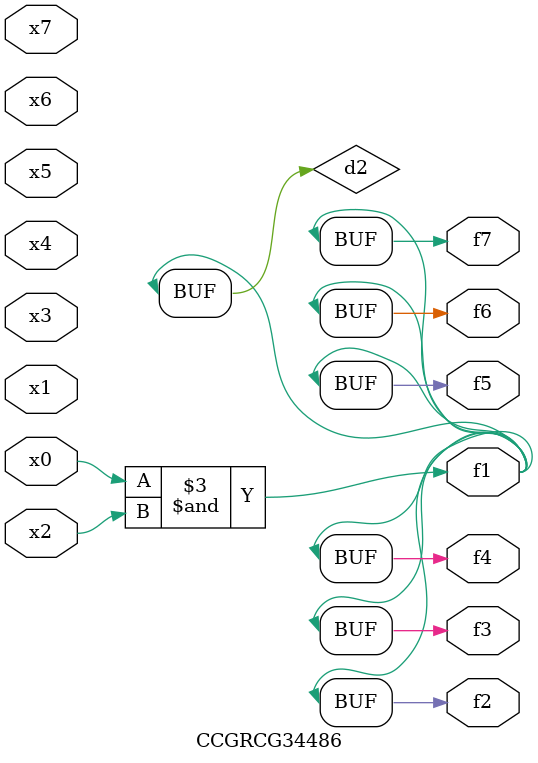
<source format=v>
module CCGRCG34486(
	input x0, x1, x2, x3, x4, x5, x6, x7,
	output f1, f2, f3, f4, f5, f6, f7
);

	wire d1, d2;

	nor (d1, x3, x6);
	and (d2, x0, x2);
	assign f1 = d2;
	assign f2 = d2;
	assign f3 = d2;
	assign f4 = d2;
	assign f5 = d2;
	assign f6 = d2;
	assign f7 = d2;
endmodule

</source>
